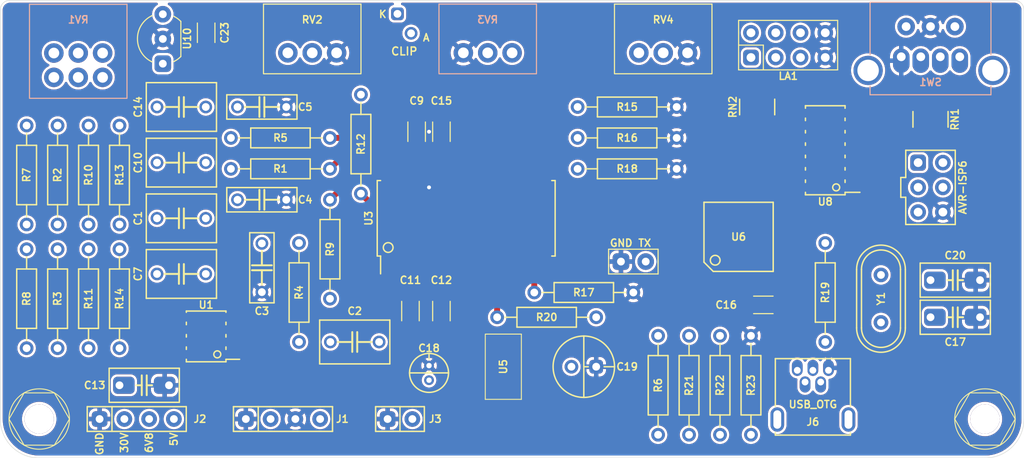
<source format=kicad_pcb>
(kicad_pcb (version 20211014) (generator pcbnew)
  (layers (0 "F.Cu" signal) (31 "B.Cu" signal) (34 "B.Paste" user) (35 "F.Paste" user) (36 "B.SilkS" user "B.Silkscreen") (37 "F.SilkS" user "F.Silkscreen") (38 "B.Mask" user) (39 "F.Mask" user) (44 "Edge.Cuts" user))
  (net 0 "")
  (net 1 "/FVL")
  (net 2 "Net-(C1-Pad2)")
  (net 3 "Net-(C2-Pad1)")
  (net 4 "IN")
  (net 5 "GND")
  (net 6 "/FVR")
  (net 7 "Net-(C7-Pad2)")
  (net 8 "/REFP")
  (net 9 "Net-(C10-Pad2)")
  (net 10 "/MID")
  (net 11 "+3V3")
  (net 12 "+24V")
  (net 13 "Net-(C14-Pad2)")
  (net 14 "Net-(C17-Pad1)")
  (net 15 "+5V")
  (net 16 "Net-(C20-Pad1)")
  (net 17 "Net-(D1-Pad1)")
  (net 18 "/OUTL")
  (net 19 "/OUTR")
  (net 23 "Net-(R1-Pad2)")
  (net 24 "Net-(R2-Pad2)")
  (net 25 "Net-(R3-Pad2)")
  (net 26 "Net-(R5-Pad2)")
  (net 27 "Net-(R7-Pad2)")
  (net 28 "Net-(R10-Pad2)")
  (net 29 "Net-(R11-Pad2)")
  (net 30 "Net-(R12-Pad2)")
  (net 31 "Net-(R13-Pad2)")
  (net 32 "/S2")
  (net 33 "/S1")
  (net 34 "/T0")
  (net 35 "/S0")
  (net 36 "/AVR_RST")
  (net 37 "Net-(RN1-Pad1)")
  (net 38 "Net-(RN1-Pad2)")
  (net 39 "Net-(RN1-Pad3)")
  (net 40 "GR_ROTENC")
  (net 41 "BL_ROTENC")
  (net 42 "VGND")
  (net 43 "Net-(RV2-Pad2)")
  (net 44 "Net-(RV3-Pad2)")
  (net 45 "Net-(RV4-Pad2)")
  (net 46 "/ROT_A")
  (net 47 "/ROT_B")
  (net 48 "/ROT_SW")
  (net 50 "/FV_CLK")
  (net 51 "/SCL")
  (net 52 "/SDA")
  (net 53 "/SCK")
  (net 54 "/MISO")
  (net 55 "/MOSI")
  (net 57 "Net-(J6-Pad2)")
  (net 58 "/LED_RST")
  (net 59 "/DBG_TX")
  (net 60 "Net-(C3-Pad2)")
  (net 61 "Net-(R20-Pad1)")
  (net 62 "Net-(J6-Pad3)")
  (net 66 "Net-(LA1-Pad2)")
  (net 67 "Net-(LA1-Pad3)")
  (net 68 "Net-(LA1-Pad4)")
  (net 69 "Net-(RN1-Pad4)")
  (net 70 "Net-(RN2-Pad5)")
  (net 71 "Net-(RN2-Pad6)")
  (net 72 "Net-(RN2-Pad7)")
  (net 73 "Net-(LA1-Pad1)")
  (net 74 "Net-(LA1-Pad5)")
  (net 75 "Net-(LA1-Pad6)")
  (net 76 "Net-(RN2-Pad8)")
  (net 79 "/D+")
  (net 80 "/D-")
  (footprint "myAmp:MountingHole" (layer "F.Cu") (at 151 93)
    (fp_text reference "J4" hide)
    (fp_text value "HOLE" hide)
    (pad "1" thru_hole circle locked (at 0 0) (size 3 3) (drill 3) (layers *.Cu *.Mask))
  )
  (footprint "myAmp:MountingHole" (layer "F.Cu") (at 54 93)
    (fp_text reference "J5" hide)
    (fp_text value "HOLE" hide)
    (pad "1" thru_hole circle locked (at 0 0) (size 3 3) (drill 3) (layers *.Cu *.Mask))
  )
  (footprint "myAmp:R_10MM" (layer "F.Cu") (at 120.65 89.535 90)
    (fp_text reference "R21" (at 0 0 90) (layer "F.SilkS") (effects (font (size 0.75 0.75))))
    (fp_text value "68" hide)
    (pad "1" thru_hole circle (at -5.08 0 90) (size 1.4 1.4) (drill 0.8) (layers *.Cu *.Mask) (net 62 "Net-(J6-Pad3)"))
    (pad "2" thru_hole circle (at 5.08 0 90) (size 1.4 1.4) (drill 0.8) (layers *.Cu *.Mask) (net 79 "/D+"))
  )
  (footprint "myAmp:USB_OTG_THT" (layer "F.Cu") (at 133.35 88 90)
    (fp_text reference "J6" (at -5.3 0) (layer "F.SilkS") (effects (font (size 0.75 0.75))))
    (fp_text value "USB_OTG" (at -3.5 0) (layer "F.SilkS") (effects (font (size 0.75 0.75))))
    (pad "1" thru_hole oval locked (at 0 -1.6 180) (size 1.1 1.65) (drill 0.7 (offset 0 0.25)) (layers *.Cu *.Mask))
    (pad "2" thru_hole oval locked (at -1.2 -0.8) (size 1.1 1.65) (drill 0.7 (offset 0 0.25)) (layers *.Cu *.Mask) (net 57 "Net-(J6-Pad2)"))
    (pad "3" thru_hole oval locked (at 0 0 180) (size 1.1 1.65) (drill 0.7 (offset 0 0.25)) (layers *.Cu *.Mask) (net 62 "Net-(J6-Pad3)"))
    (pad "4" thru_hole oval locked (at -1.2 0.8) (size 1.1 1.65) (drill 0.7 (offset 0 0.25)) (layers *.Cu *.Mask))
    (pad "5" thru_hole oval locked (at 0 1.6 180) (size 1.1 1.65) (drill 0.7 (offset 0 0.25)) (layers *.Cu *.Mask) (net 5 "GND"))
    (pad "6" thru_hole oval locked (at -5.05 3.65 90) (size 2.5 1.4) (drill oval 1.9 0.8) (layers *.Cu *.Mask))
    (pad "7" thru_hole oval locked (at -5.05 -3.65 90) (size 2.5 1.4) (drill oval 1.9 0.8) (layers *.Cu *.Mask))
  )
  (footprint "myAmp:R_Array_x4_1206" (layer "F.Cu") (at 145.415 62.23)
    (fp_text reference "RN1" (at 2.5 0 90) (layer "F.SilkS") (effects (font (size 0.75 0.75))))
    (fp_text value "100" hide)
    (pad "1" smd roundrect (at -1.325 1) (size 0.65 0.9) (layers "F.Cu" "F.Paste" "F.Mask") (net 37 "Net-(RN1-Pad1)"))
    (pad "2" smd roundrect (at -0.4 1) (size 0.5 0.9) (layers "F.Cu" "F.Paste" "F.Mask") (net 38 "Net-(RN1-Pad2)"))
    (pad "3" smd roundrect (at 0.4 1) (size 0.5 0.9) (layers "F.Cu" "F.Paste" "F.Mask") (net 39 "Net-(RN1-Pad3)"))
    (pad "4" smd roundrect (at 1.325 1) (size 0.65 0.9) (layers "F.Cu" "F.Paste" "F.Mask") (net 69 "Net-(RN1-Pad4)"))
    (pad "5" smd roundrect (at 1.325 -1) (size 0.65 0.9) (layers "F.Cu" "F.Paste" "F.Mask") (net 40 "GR_ROTENC"))
    (pad "6" smd roundrect (at 0.4 -1) (size 0.5 0.9) (layers "F.Cu" "F.Paste" "F.Mask") (net 41 "BL_ROTENC"))
    (pad "7" smd roundrect (at -0.4 -1) (size 0.5 0.9) (layers "F.Cu" "F.Paste" "F.Mask") (net 75 "Net-(LA1-Pad6)"))
    (pad "8" smd roundrect (at -1.325 -1) (size 0.65 0.9) (layers "F.Cu" "F.Paste" "F.Mask") (net 74 "Net-(LA1-Pad5)"))
  )
  (footprint "myAmp:C_5MM_1206" (layer "F.Cu") (at 64.77 89.535 180)
    (fp_text reference "C13" (at 5.08 0) (layer "F.SilkS") (effects (font (size 0.75 0.75))))
    (fp_text value "100nF" hide)
    (pad "1" thru_hole roundrect locked (at -2.54 0 180) (size 2.2 1.75) (drill 0.8 (offset 0.45 0)) (layers *.Cu *.Mask) (net 5 "GND"))
    (pad "2" thru_hole roundrect locked (at 2.54 0 180) (size 2.2 1.75) (drill 0.8 (offset -0.45 0)) (layers *.Cu *.Mask) (net 12 "+24V"))
  )
  (footprint "myAmp:C_FILM_L7.2mm_W2.5mm_P5.00mm" (layer "F.Cu") (at 76.835 70.485)
    (fp_text reference "C4" (at 4.445 0) (layer "F.SilkS") (effects (font (size 0.75 0.75))))
    (fp_text value "10nF" hide)
    (pad "1" thru_hole circle (at -2.5 0) (size 1.3 1.3) (drill 0.8) (layers *.Cu *.Mask) (net 1 "/FVL"))
    (pad "2" thru_hole circle (at 2.5 0) (size 1.3 1.3) (drill 0.8) (layers *.Cu *.Mask) (net 5 "GND"))
  )
  (footprint "myAmp:R_10MM" (layer "F.Cu") (at 114.3 60.96)
    (fp_text reference "R15" (at 0 0) (layer "F.SilkS") (effects (font (size 0.75 0.75))))
    (fp_text value "10K" hide)
    (pad "1" thru_hole circle (at -5.08 0) (size 1.4 1.4) (drill 0.8) (layers *.Cu *.Mask) (net 32 "/S2"))
    (pad "2" thru_hole circle (at 5.08 0) (size 1.4 1.4) (drill 0.8) (layers *.Cu *.Mask) (net 5 "GND"))
  )
  (footprint "myAmp:R_10MM" (layer "F.Cu") (at 52.705 80.645 -90)
    (fp_text reference "R8" (at 0 0 -270) (layer "F.SilkS") (effects (font (size 0.75 0.75))))
    (fp_text value "10K" hide)
    (pad "1" thru_hole circle (at -5.08 0 270) (size 1.4 1.4) (drill 0.8) (layers *.Cu *.Mask) (net 27 "Net-(R7-Pad2)"))
    (pad "2" thru_hole circle (at 5.08 0 270) (size 1.4 1.4) (drill 0.8) (layers *.Cu *.Mask) (net 25 "Net-(R3-Pad2)"))
  )
  (footprint "myAmp:C_FILM_L7.2mm_W5.0mm_P5.00mm" (layer "F.Cu") (at 68.58 66.675 180)
    (fp_text reference "C10" (at 4.445 0 270) (layer "F.SilkS") (effects (font (size 0.75 0.75))))
    (fp_text value "1µF" hide)
    (pad "1" thru_hole circle (at -2.5 0 180) (size 1.3 1.3) (drill 0.8) (layers *.Cu *.Mask) (net 6 "/FVR"))
    (pad "2" thru_hole circle (at 2.5 0 180) (size 1.3 1.3) (drill 0.8) (layers *.Cu *.Mask) (net 9 "Net-(C10-Pad2)"))
  )
  (footprint "myAmp:AVR_ISP6" (layer "F.Cu") (at 145.415 69.215)
    (fp_text reference "U4")
    (fp_text value "AVR-ISP6" (at 3.302 0 90) (layer "F.SilkS") (effects (font (size 0.75 0.75))))
    (pad "1" thru_hole roundrect (at -1.27 -2.54) (size 1.6 1.65) (drill 0.9) (layers *.Cu *.Mask) (net 54 "/MISO"))
    (pad "2" thru_hole circle (at 1.27 -2.54) (size 1.6 1.6) (drill 0.9) (layers *.Cu *.Mask) (net 11 "+3V3"))
    (pad "3" thru_hole circle (at -1.27 0) (size 1.6 1.6) (drill 0.9) (layers *.Cu *.Mask) (net 53 "/SCK"))
    (pad "4" thru_hole circle (at 1.27 0) (size 1.6 1.6) (drill 0.9) (layers *.Cu *.Mask) (net 55 "/MOSI"))
    (pad "5" thru_hole circle (at -1.27 2.54) (size 1.6 1.6) (drill 0.9) (layers *.Cu *.Mask) (net 36 "/AVR_RST"))
    (pad "6" thru_hole circle (at 1.27 2.54) (size 1.6 1.6) (drill 0.9) (layers *.Cu *.Mask) (net 5 "GND"))
  )
  (footprint "myAmp:R_10MM" (layer "F.Cu") (at 80.645 80.01 90)
    (fp_text reference "R4" (at 0 0 90) (layer "F.SilkS") (effects (font (size 0.75 0.75))))
    (fp_text value "1K" hide)
    (pad "1" thru_hole circle (at -5.08 0 90) (size 1.4 1.4) (drill 0.8) (layers *.Cu *.Mask) (net 3 "Net-(C2-Pad1)"))
    (pad "2" thru_hole circle (at 5.08 0 90) (size 1.4 1.4) (drill 0.8) (layers *.Cu *.Mask) (net 60 "Net-(C3-Pad2)"))
  )
  (footprint "myAmp:R_10MM" (layer "F.Cu") (at 52.705 67.945 -90)
    (fp_text reference "R7" (at 0 0 -270) (layer "F.SilkS") (effects (font (size 0.75 0.75))))
    (fp_text value "10K" hide)
    (pad "1" thru_hole circle (at -5.08 0 270) (size 1.4 1.4) (drill 0.8) (layers *.Cu *.Mask) (net 7 "Net-(C7-Pad2)"))
    (pad "2" thru_hole circle (at 5.08 0 270) (size 1.4 1.4) (drill 0.8) (layers *.Cu *.Mask) (net 27 "Net-(R7-Pad2)"))
  )
  (footprint "myAmp:PIN_1x04" (layer "F.Cu") (at 79 93)
    (fp_text reference "J1" (at 6.09 0) (layer "F.SilkS") (effects (font (size 0.75 0.75))))
    (fp_text value "CONN_01X04")
    (pad "1" thru_hole roundrect locked (at -3.81 0) (size 1.6 1.6) (drill 0.8) (layers *.Cu *.Mask) (net 5 "GND"))
    (pad "2" thru_hole circle locked (at -1.27 0) (size 1.6 1.6) (drill 0.8) (layers *.Cu *.Mask) (net 18 "/OUTL"))
    (pad "3" thru_hole circle locked (at 1.27 0) (size 1.6 1.6) (drill 0.8) (layers *.Cu *.Mask) (net 5 "GND"))
    (pad "4" thru_hole circle locked (at 3.81 0) (size 1.6 1.6) (drill 0.8) (layers *.Cu *.Mask) (net 19 "/OUTR"))
  )
  (footprint "myAmp:CPOL_D6.3_P2.5" (layer "F.Cu") (at 109.855 87.63)
    (fp_text reference "C19" (at 4.445 0 180) (layer "F.SilkS") (effects (font (size 0.75 0.75))))
    (fp_text value "100µF")
    (pad "1" thru_hole circle (at -1.27 0) (size 1.4 1.4) (drill 0.8) (layers *.Cu *.Mask) (net 11 "+3V3"))
    (pad "2" thru_hole roundrect (at 1.27 0) (size 1.4 1.4) (drill 0.8) (layers *.Cu *.Mask) (net 5 "GND"))
  )
  (footprint "myAmp:C_FILM_L7.2mm_W4.5mm_P5.00mm" (layer "F.Cu") (at 86.36 85.09)
    (fp_text reference "C2" (at 0 -3.175) (layer "F.SilkS") (effects (font (size 0.75 0.75))))
    (fp_text value "1µF" hide)
    (pad "1" thru_hole circle (at -2.5 0) (size 1.3 1.3) (drill 0.8) (layers *.Cu *.Mask) (net 3 "Net-(C2-Pad1)"))
    (pad "2" thru_hole circle (at 2.5 0) (size 1.3 1.3) (drill 0.8) (layers *.Cu *.Mask) (net 4 "IN"))
  )
  (footprint "myAmp:SOT-223" (layer "F.Cu") (at 101.6 87.63)
    (fp_text reference "U5" (at 0 0 90) (layer "F.SilkS") (effects (font (size 0.75 0.75))))
    (fp_text value "LM1117 3V3" hide)
    (pad "1" smd roundrect locked (at -3.15 -2.3) (size 2 1.5) (layers "F.Cu" "F.Paste" "F.Mask") (net 5 "GND"))
    (pad "2" smd roundrect locked (at -3.15 0) (size 2 1.5) (layers "F.Cu" "F.Paste" "F.Mask") (net 11 "+3V3"))
    (pad "2" smd roundrect locked (at 3.15 0) (size 2 3.8) (layers "F.Cu" "F.Paste" "F.Mask") (net 11 "+3V3"))
    (pad "3" smd roundrect locked (at -3.15 2.3) (size 2 1.5) (layers "F.Cu" "F.Paste" "F.Mask") (net 15 "+5V"))
  )
  (footprint "myAmp:C_FILM_L7.2mm_W5.0mm_P5.00mm" (layer "F.Cu") (at 68.58 60.96 180)
    (fp_text reference "C14" (at 4.445 0 90) (layer "F.SilkS") (effects (font (size 0.75 0.75))))
    (fp_text value "1µF" hide)
    (pad "1" thru_hole circle (at -2.5 0 180) (size 1.3 1.3) (drill 0.8) (layers *.Cu *.Mask) (net 4 "IN"))
    (pad "2" thru_hole circle (at 2.5 0 180) (size 1.3 1.3) (drill 0.8) (layers *.Cu *.Mask) (net 13 "Net-(C14-Pad2)"))
  )
  (footprint "myAmp:C_1206" (layer "F.Cu") (at 95.25 81.915 -90)
    (fp_text reference "C12" (at -3.175 0 180) (layer "F.SilkS") (effects (font (size 0.75 0.75))))
    (fp_text value "100nF" hide)
    (pad "1" smd roundrect locked (at -1.7 0 270) (size 1.425 1.75) (layers "F.Cu" "F.Paste" "F.Mask") (roundrect_rratio 0.175) (net 11 "+3V3"))
    (pad "2" smd roundrect locked (at 1.7 0 270) (size 1.425 1.75) (layers "F.Cu" "F.Paste" "F.Mask") (roundrect_rratio 0.175) (net 5 "GND"))
  )
  (footprint "myAmp:R_10MM" (layer "F.Cu") (at 117.475 89.535 90)
    (fp_text reference "R6" (at 0 0 90) (layer "F.SilkS") (effects (font (size 0.75 0.75))))
    (fp_text value "1K5" hide)
    (pad "1" thru_hole circle (at -5.08 0 90) (size 1.4 1.4) (drill 0.8) (layers *.Cu *.Mask) (net 62 "Net-(J6-Pad3)"))
    (pad "2" thru_hole circle (at 5.08 0 90) (size 1.4 1.4) (drill 0.8) (layers *.Cu *.Mask) (net 11 "+3V3"))
  )
  (footprint "myAmp:TO-92_Inline_Wide" (layer "F.Cu") (at 66.675 53.975 90)
    (fp_text reference "U10" (at 0.04 2.5 90) (layer "F.SilkS") (effects (font (size 0.75 0.75))))
    (fp_text value "TLE2426" hide)
    (pad "1" thru_hole roundrect (at -2.54 0 180) (size 1.7 1.7) (drill 0.8) (layers *.Cu *.Mask) (net 42 "VGND"))
    (pad "2" thru_hole circle (at 0 0 180) (size 1.7 1.7) (drill 0.8) (layers *.Cu *.Mask) (net 5 "GND"))
    (pad "3" thru_hole circle (at 2.54 0 180) (size 1.7 1.7) (drill 0.8) (layers *.Cu *.Mask) (net 12 "+24V"))
  )
  (footprint "myAmp:R_10MM" (layer "F.Cu") (at 78.74 64.135)
    (fp_text reference "R5" (at 0 0) (layer "F.SilkS") (effects (font (size 0.75 0.75))))
    (fp_text value "1K" hide)
    (pad "1" thru_hole circle (at -5.08 0) (size 1.4 1.4) (drill 0.8) (layers *.Cu *.Mask) (net 6 "/FVR"))
    (pad "2" thru_hole circle (at 5.08 0) (size 1.4 1.4) (drill 0.8) (layers *.Cu *.Mask) (net 26 "Net-(R5-Pad2)"))
  )
  (footprint "myAmp:R_10MM" (layer "F.Cu") (at 62.23 80.645 -90)
    (fp_text reference "R14" (at 0 0 -270) (layer "F.SilkS") (effects (font (size 0.75 0.75))))
    (fp_text value "10K" hide)
    (pad "1" thru_hole circle (at -5.08 0 270) (size 1.4 1.4) (drill 0.8) (layers *.Cu *.Mask) (net 31 "Net-(R13-Pad2)"))
    (pad "2" thru_hole circle (at 5.08 0 270) (size 1.4 1.4) (drill 0.8) (layers *.Cu *.Mask) (net 29 "Net-(R11-Pad2)"))
  )
  (footprint "myAmp:R_10MM" (layer "F.Cu") (at 123.825 89.535 90)
    (fp_text reference "R22" (at 0 0 90) (layer "F.SilkS") (effects (font (size 0.75 0.75))))
    (fp_text value "68" hide)
    (pad "1" thru_hole circle (at -5.08 0 90) (size 1.4 1.4) (drill 0.8) (layers *.Cu *.Mask) (net 57 "Net-(J6-Pad2)"))
    (pad "2" thru_hole circle (at 5.08 0 90) (size 1.4 1.4) (drill 0.8) (layers *.Cu *.Mask) (net 80 "/D-"))
  )
  (footprint "myAmp:R_10MM" (layer "F.Cu") (at 78.74 67.31)
    (fp_text reference "R1" (at 0 0) (layer "F.SilkS") (effects (font (size 0.75 0.75))))
    (fp_text value "1K" hide)
    (pad "1" thru_hole circle (at -5.08 0) (size 1.4 1.4) (drill 0.8) (layers *.Cu *.Mask) (net 1 "/FVL"))
    (pad "2" thru_hole circle (at 5.08 0) (size 1.4 1.4) (drill 0.8) (layers *.Cu *.Mask) (net 23 "Net-(R1-Pad2)"))
  )
  (footprint "myAmp:BOURNS_PTD901_xx15K" (layer "F.Cu") (at 82 55.4 180)
    (fp_text reference "RV2" (at 0 3.4) (layer "F.SilkS") (effects (font (size 0.75 0.75))))
    (fp_text value "50K")
    (pad "1" thru_hole circle (at -2.5 0 180) (size 2 2) (drill 1.1) (layers *.Cu *.Mask) (net 5 "GND"))
    (pad "2" thru_hole circle (at 0 0 180) (size 2 2) (drill 1.1) (layers *.Cu *.Mask) (net 43 "Net-(RV2-Pad2)"))
    (pad "3" thru_hole circle (at 2.5 0 180) (size 2 2) (drill 1.1) (layers *.Cu *.Mask) (net 11 "+3V3"))
  )
  (footprint "myAmp:C_FILM_L7.2mm_W2.5mm_P5.00mm" (layer "F.Cu") (at 76.835 77.47 90)
    (fp_text reference "C3" (at -4.445 0 180) (layer "F.SilkS") (effects (font (size 0.75 0.75))))
    (fp_text value "1nF" hide)
    (pad "1" thru_hole circle (at -2.5 0 90) (size 1.3 1.3) (drill 0.8) (layers *.Cu *.Mask) (net 5 "GND"))
    (pad "2" thru_hole circle (at 2.5 0 90) (size 1.3 1.3) (drill 0.8) (layers *.Cu *.Mask) (net 60 "Net-(C3-Pad2)"))
  )
  (footprint "myAmp:C_1206" (layer "F.Cu") (at 71.12 53.34 90)
    (fp_text reference "C23" (at 0 1.905 90) (layer "F.SilkS") (effects (font (size 0.75 0.75))))
    (fp_text value "100nF" hide)
    (pad "1" smd roundrect locked (at -1.7 0 90) (size 1.425 1.75) (layers "F.Cu" "F.Paste" "F.Mask") (roundrect_rratio 0.175) (net 5 "GND"))
    (pad "2" smd roundrect locked (at 1.7 0 90) (size 1.425 1.75) (layers "F.Cu" "F.Paste" "F.Mask") (roundrect_rratio 0.175) (net 12 "+24V"))
  )
  (footprint "myAmp:DBG_UART" (layer "F.Cu") (at 114.935 76.835 90)
    (fp_text reference "U7" hide)
    (fp_text value "DBG_UART" hide)
    (fp_text user "TX" (at 1.905 1.905) (layer "F.SilkS") (effects (font (size 0.75 0.75)) (justify right)))
    (fp_text user "GND" (at 1.905 0) (layer "F.SilkS") (effects (font (size 0.75 0.75)) (justify right)))
    (pad "1" thru_hole roundrect (at 0 -1.27 90) (size 1.7 1.7) (drill 0.8) (layers *.Cu *.Mask) (net 5 "GND"))
    (pad "2" thru_hole circle (at 0 1.27 90) (size 1.7 1.7) (drill 0.8) (layers *.Cu *.Mask) (net 59 "/DBG_TX"))
  )
  (footprint "myAmp:R_10MM" (layer "F.Cu") (at 109.855 80.01)
    (fp_text reference "R17" (at 0 0) (layer "F.SilkS") (effects (font (size 0.75 0.75))))
    (fp_text value "10K" hide)
    (pad "1" thru_hole circle (at -5.08 0) (size 1.4 1.4) (drill 0.8) (layers *.Cu *.Mask) (net 34 "/T0"))
    (pad "2" thru_hole circle (at 5.08 0) (size 1.4 1.4) (drill 0.8) (layers *.Cu *.Mask) (net 5 "GND"))
  )
  (footprint "myAmp:R_10MM" (layer "F.Cu") (at 134.62 80.01 -90)
    (fp_text reference "R19" (at 0 0 90) (layer "F.SilkS") (effects (font (size 0.75 0.75))))
    (fp_text value "10K" hide)
    (pad "1" thru_hole circle (at -5.08 0 270) (size 1.4 1.4) (drill 0.8) (layers *.Cu *.Mask) (net 36 "/AVR_RST"))
    (pad "2" thru_hole circle (at 5.08 0 270) (size 1.4 1.4) (drill 0.8) (layers *.Cu *.Mask) (net 11 "+3V3"))
  )
  (footprint "myAmp:Crystal_HC49-U_Vertical" (layer "F.Cu") (at 140.335 80.645 90)
    (fp_text reference "Y1" (at 0 0 90) (layer "F.SilkS") (effects (font (size 0.75 0.75))))
    (fp_text value "16MHz" hide)
    (pad "1" thru_hole circle locked (at -2.44 0 90) (size 1.50114 1.50114) (drill 0.8) (layers *.Cu *.Mask) (net 14 "Net-(C17-Pad1)"))
    (pad "2" thru_hole circle locked (at 2.44 0 90) (size 1.50114 1.50114) (drill 0.8) (layers *.Cu *.Mask) (net 16 "Net-(C20-Pad1)"))
  )
  (footprint "myAmp:C_5MM_1206" (layer "F.Cu") (at 147.955 78.74)
    (fp_text reference "C20" (at 0 -2.54) (layer "F.SilkS") (effects (font (size 0.75 0.75))))
    (fp_text value "22p" hide)
    (pad "1" thru_hole roundrect locked (at -2.54 0) (size 2.2 1.75) (drill 0.8 (offset 0.45 0)) (layers *.Cu *.Mask) (net 16 "Net-(C20-Pad1)"))
    (pad "2" thru_hole roundrect locked (at 2.54 0) (size 2.2 1.75) (drill 0.8 (offset -0.45 0)) (layers *.Cu *.Mask) (net 5 "GND"))
  )
  (footprint "myAmp:C_1206" (layer "F.Cu") (at 92.075 81.915 90)
    (fp_text reference "C11" (at 3.175 0) (layer "F.SilkS") (effects (font (size 0.75 0.75))))
    (fp_text value "1µF" hide)
    (pad "1" smd roundrect locked (at -1.7 0 90) (size 1.425 1.75) (layers "F.Cu" "F.Paste" "F.Mask") (roundrect_rratio 0.175) (net 5 "GND"))
    (pad "2" smd roundrect locked (at 1.7 0 90) (size 1.425 1.75) (layers "F.Cu" "F.Paste" "F.Mask") (roundrect_rratio 0.175) (net 10 "/MID"))
  )
  (footprint "myAmp:SOIC-14_3.9x8.7mm_P1.27mm" (layer "F.Cu") (at 134.62 65.405 180)
    (fp_text reference "U8" (at 0 -5.28) (layer "F.SilkS") (effects (font (size 0.75 0.75))))
    (fp_text value "74164")
    (pad "1" smd rect locked (at -2.8 -3.81 180) (size 1.8 0.6) (layers "F.Cu" "F.Paste" "F.Mask") (net 55 "/MOSI"))
    (pad "2" smd roundrect locked (at -2.8 -2.54 180) (size 1.8 0.6) (layers "F.Cu" "F.Paste" "F.Mask") (net 55 "/MOSI"))
    (pad "3" smd roundrect locked (at -2.8 -1.27 180) (size 1.8 0.6) (layers "F.Cu" "F.Paste" "F.Mask") (net 69 "Net-(RN1-Pad4)"))
    (pad "4" smd roundrect locked (at -2.8 0 180) (size 1.8 0.6) (layers "F.Cu" "F.Paste" "F.Mask") (net 39 "Net-(RN1-Pad3)"))
    (pad "5" smd roundrect locked (at -2.8 1.27 180) (size 1.8 0.6) (layers "F.Cu" "F.Paste" "F.Mask") (net 38 "Net-(RN1-Pad2)"))
    (pad "6" smd roundrect locked (at -2.8 2.54 180) (size 1.8 0.6) (layers "F.Cu" "F.Paste" "F.Mask") (net 37 "Net-(RN1-Pad1)"))
    (pad "7" smd roundrect locked (at -2.8 3.81 180) (size 1.8 0.6) (layers "F.Cu" "F.Paste" "F.Mask") (net 5 "GND"))
    (pad "8" smd roundrect locked (at 2.8 3.81 180) (size 1.8 0.6) (layers "F.Cu" "F.Paste" "F.Mask") (net 53 "/SCK"))
    (pad "9" smd roundrect locked (at 2.8 2.54 180) (size 1.8 0.6) (layers "F.Cu" "F.Paste" "F.Mask") (net 58 "/LED_RST"))
    (pad "10" smd roundrect locked (at 2.8 1.27 180) (size 1.8 0.6) (layers "F.Cu" "F.Paste" "F.Mask") (net 76 "Net-(RN2-Pad8)"))
    (pad "11" smd roundrect locked (at 2.8 0 180) (size 1.8 0.6) (layers "F.Cu" "F.Paste" "F.Mask") (net 72 "Net-(RN2-Pad7)"))
    (pad "12" smd roundrect locked (at 2.8 -1.27 180) (size 1.8 0.6) (layers "F.Cu" "F.Paste" "F.Mask") (net 71 "Net-(RN2-Pad6)"))
    (pad "13" smd roundrect locked (at 2.8 -2.54 180) (size 1.8 0.6) (layers "F.Cu" "F.Paste" "F.Mask") (net 70 "Net-(RN2-Pad5)"))
    (pad "14" smd roundrect locked (at 2.8 -3.81 180) (size 1.8 0.6) (layers "F.Cu" "F.Paste" "F.Mask") (net 11 "+3V3"))
  )
  (footprint "myAmp:SOIC-8_3.9x4.9mm_P1.27mm" (layer "F.Cu") (at 71.12 84.455 180)
    (fp_text reference "U1" (at 0 3.175) (layer "F.SilkS") (effects (font (size 0.75 0.75))))
    (fp_text value "NE5532")
    (pad "1" smd rect locked (at -2.8 -1.905 180) (size 1.8 0.6) (layers "F.Cu" "F.Paste" "F.Mask") (net 18 "/OUTL"))
    (pad "2" smd roundrect locked (at -2.8 -0.635 180) (size 1.8 0.6) (layers "F.Cu" "F.Paste" "F.Mask") (net 18 "/OUTL"))
    (pad "3" smd roundrect locked (at -2.8 0.635 180) (size 1.8 0.6) (layers "F.Cu" "F.Paste" "F.Mask") (net 25 "Net-(R3-Pad2)"))
    (pad "4" smd roundrect locked (at -2.8 1.905 180) (size 1.8 0.6) (layers "F.Cu" "F.Paste" "F.Mask") (net 5 "GND"))
    (pad "5" smd roundrect locked (at 2.8 1.905 180) (size 1.8 0.6) (layers "F.Cu" "F.Paste" "F.Mask") (net 29 "Net-(R11-Pad2)"))
    (pad "6" smd roundrect locked (at 2.8 0.635 180) (size 1.8 0.6) (layers "F.Cu" "F.Paste" "F.Mask") (net 19 "/OUTR"))
    (pad "7" smd roundrect locked (at 2.8 -0.635 180) (size 1.8 0.6) (layers "F.Cu" "F.Paste" "F.Mask") (net 19 "/OUTR"))
    (pad "8" smd roundrect locked (at 2.8 -1.905 180) (size 1.8 0.6) (layers "F.Cu" "F.Paste" "F.Mask") (net 12 "+24V"))
  )
  (footprint "myAmp:R_Array_x4_1206" (layer "F.Cu") (at 127.635 60.96 180)
    (fp_text reference "RN2" (at 2.5 0 90) (layer "F.SilkS") (effects (font (size 0.75 0.75))))
    (fp_text value "100" hide)
    (pad "1" smd roundrect (at -1.325 1 180) (size 0.65 0.9) (layers "F.Cu" "F.Paste" "F.Mask") (net 68 "Net-(LA1-Pad4)"))
    (pad "2" smd roundrect (at -0.4 1 180) (size 0.5 0.9) (layers "F.Cu" "F.Paste" "F.Mask") (net 67 "Net-(LA1-Pad3)"))
    (pad "3" smd roundrect (at 0.4 1 180) (size 0.5 0.9) (layers "F.Cu" "F.Paste" "F.Mask") (net 66 "Net-(LA1-Pad2)"))
    (pad "4" smd roundrect (at 1.325 1 180) (size 0.65 0.9) (layers "F.Cu" "F.Paste" "F.Mask") (net 73 "Net-(LA1-Pad1)"))
    (pad "5" smd roundrect (at 1.325 -1 180) (size 0.65 0.9) (layers "F.Cu" "F.Paste" "F.Mask") (net 70 "Net-(RN2-Pad5)"))
    (pad "6" smd roundrect (at 0.4 -1 180) (size 0.5 0.9) (layers "F.Cu" "F.Paste" "F.Mask") (net 71 "Net-(RN2-Pad6)"))
    (pad "7" smd roundrect (at -0.4 -1 180) (size 0.5 0.9) (layers "F.Cu" "F.Paste" "F.Mask") (net 72 "Net-(RN2-Pad7)"))
    (pad "8" smd roundrect (at -1.325 -1 180) (size 0.65 0.9) (layers "F.Cu" "F.Paste" "F.Mask") (net 76 "Net-(RN2-Pad8)"))
  )
  (footprint "myAmp:C_FILM_L7.2mm_W5.0mm_P5.00mm" (layer "F.Cu") (at 68.58 72.39 180)
    (fp_text reference "C1" (at 4.445 0 270) (layer "F.SilkS") (effects (font (size 0.75 0.75))))
    (fp_text value "1µF" hide)
    (pad "1" thru_hole circle (at -2.5 0 180) (size 1.3 1.3) (drill 0.8) (layers *.Cu *.Mask) (net 1 "/FVL"))
    (pad "2" thru_hole circle (at 2.5 0 180) (size 1.3 1.3) (drill 0.8) (layers *.Cu *.Mask) (net 2 "Net-(C1-Pad2)"))
  )
  (footprint "myAmp:R_10MM" (layer "F.Cu") (at 62.23 67.945 -90)
    (fp_text reference "R13" (at 0 0 -270) (layer "F.SilkS") (effects (font (size 0.75 0.75))))
    (fp_text value "10K" hide)
    (pad "1" thru_hole circle (at -5.08 0 270) (size 1.4 1.4) (drill 0.8) (layers *.Cu *.Mask) (net 13 "Net-(C14-Pad2)"))
    (pad "2" thru_hole circle (at 5.08 0 270) (size 1.4 1.4) (drill 0.8) (layers *.Cu *.Mask) (net 31 "Net-(R13-Pad2)"))
  )
  (footprint "myAmp:R_10MM" (layer "F.Cu") (at 59.055 67.945 -90)
    (fp_text reference "R10" (at 0 0 -270) (layer "F.SilkS") (effects (font (size 0.75 0.75))))
    (fp_text value "10K" hide)
    (pad "1" thru_hole circle (at -5.08 0 270) (size 1.4 1.4) (drill 0.8) (layers *.Cu *.Mask) (net 9 "Net-(C10-Pad2)"))
    (pad "2" thru_hole circle (at 5.08 0 270) (size 1.4 1.4) (drill 0.8) (layers *.Cu *.Mask) (net 28 "Net-(R10-Pad2)"))
  )
  (footprint "myAmp:TQFP-32_7x7mm_Pitch0.8mm" (layer "F.Cu") (at 125.73 74.295 90)
    (fp_text reference "U6" (at 0 0 180) (layer "F.SilkS") (effects (font (size 0.75 0.75))))
    (fp_text value "ATmega328p" hide)
    (pad "1" smd rect (at -4.5 -2.8 90) (size 1 0.43) (layers "F.Cu" "F.Paste" "F.Mask") (net 80 "/D-"))
    (pad "2" smd rect (at -4.5 -2 90) (size 1 0.43) (layers "F.Cu" "F.Paste" "F.Mask"))
    (pad "3" smd rect (at -4.5 -1.2 90) (size 1 0.43) (layers "F.Cu" "F.Paste" "F.Mask") (net 5 "GND"))
    (pad "4" smd rect (at -4.5 -0.4 90) (size 1 0.43) (layers "F.Cu" "F.Paste" "F.Mask") (net 11 "+3V3"))
    (pad "5" smd rect (at -4.5 0.4 90) (size 1 0.43) (layers "F.Cu" "F.Paste" "F.Mask") (net 5 "GND"))
    (pad "6" smd rect (at -4.5 1.2 90) (size 1 0.43) (layers "F.Cu" "F.Paste" "F.Mask") (net 11 "+3V3"))
    (pad "7" smd rect (at -4.5 2 90) (size 1 0.43) (layers "F.Cu" "F.Paste" "F.Mask") (net 14 "Net-(C17-Pad1)"))
    (pad "8" smd rect (at -4.5 2.8 90) (size 1 0.43) (layers "F.Cu" "F.Paste" "F.Mask") (net 16 "Net-(C20-Pad1)"))
    (pad "9" smd rect (at -2.8 4.5 90) (size 0.43 1) (layers "F.Cu" "F.Paste" "F.Mask") (net 47 "/ROT_B"))
    (pad "10" smd rect (at -2 4.5 90) (size 0.43 1) (layers "F.Cu" "F.Paste" "F.Mask") (net 46 "/ROT_A"))
    (pad "11" smd rect (at -1.2 4.5 90) (size 0.43 1) (layers "F.Cu" "F.Paste" "F.Mask") (net 48 "/ROT_SW"))
    (pad "12" smd rect (at -0.4 4.5 90) (size 0.43 1) (layers "F.Cu" "F.Paste" "F.Mask"))
    (pad "13" smd rect (at 0.4 4.5 90) (size 0.43 1) (layers "F.Cu" "F.Paste" "F.Mask"))
    (pad "14" smd rect (at 1.2 4.5 90) (size 0.43 1) (layers "F.Cu" "F.Paste" "F.Mask") (net 50 "/FV_CLK"))
    (pad "15" smd rect (at 2 4.5 90) (size 0.43 1) (layers "F.Cu" "F.Paste" "F.Mask") (net 55 "/MOSI"))
    (pad "16" smd rect (at 2.8 4.5 90) (size 0.43 1) (layers "F.Cu" "F.Paste" "F.Mask") (net 54 "/MISO"))
    (pad "17" smd rect (at 4.5 2.8 90) (size 1 0.43) (layers "F.Cu" "F.Paste" "F.Mask") (net 53 "/SCK"))
    (pad "18" smd rect (at 4.5 2 90) (size 1 0.43) (layers "F.Cu" "F.Paste" "F.Mask") (net 11 "+3V3"))
    (pad "19" smd rect (at 4.5 1.2 90) (size 1 0.43) (layers "F.Cu" "F.Paste" "F.Mask"))
    (pad "20" smd rect (at 4.5 0.4 90) (size 1 0.43) (layers "F.Cu" "F.Paste" "F.Mask") (net 11 "+3V3"))
    (pad "21" smd rect (at 4.5 -0.4 90) (size 1 0.43) (layers "F.Cu" "F.Paste" "F.Mask") (net 5 "GND"))
    (pad "22" smd rect (at 4.5 -1.2 90) (size 1 0.43) (layers "F.Cu" "F.Paste" "F.Mask"))
    (pad "23" smd rect (at 4.5 -2 90) (size 1 0.43) (layers "F.Cu" "F.Paste" "F.Mask") (net 58 "/LED_RST"))
    (pad "24" smd rect (at 4.5 -2.8 90) (size 1 0.43) (layers "F.Cu" "F.Paste" "F.Mask") (net 32 "/S2"))
    (pad "25" smd rect (at 2.8 -4.5 90) (size 0.43 1) (layers "F.Cu" "F.Paste" "F.Mask") (net 33 "/S1"))
    (pad "26" smd rect (at 2 -4.5 90) (size 0.43 1) (layers "F.Cu" "F.Paste" "F.Mask") (net 35 "/S0"))
    (pad "27" smd rect (at 1.2 -4.5 90) (size 0.43 1) (layers "F.Cu" "F.Paste" "F.Mask") (net 52 "/SDA"))
    (pad "28" smd rect (at 0.4 -4.5 90) (size 0.43 1) (layers "F.Cu" "F.Paste" "F.Mask") (net 51 "/SCL"))
    (pad "29" smd rect (at -0.4 -4.5 90) (size 0.43 1) (layers "F.Cu" "F.Paste" "F.Mask") (net 36 "/AVR_RST"))
    (pad "30" smd rect (at -1.2 -4.5 90) (size 0.43 1) (layers "F.Cu" "F.Paste" "F.Mask") (net 34 "/T0"))
    (pad "31" smd rect (at -2 -4.5 90) (size 0.43 1) (layers "F.Cu" "F.Paste" "F.Mask") (net 59 "/DBG_TX"))
    (pad "32" smd rect (at -2.8 -4.5 90) (size 0.43 1) (layers "F.Cu" "F.Paste" "F.Mask") (net 79 "/D+"))
  )
  (footprint "myAmp:SOIC-28_7.5x17.9mm_Pitch1.27mm" (layer "F.Cu") (at 97.79 72.39 90)
    (fp_text reference "U3" (at 0 -10 90) (layer "F.SilkS") (effects (font (size 0.75 0.75))))
    (fp_text value "FV-1")
    (pad "1" smd roundrect locked (at -4.8 -8.255 90) (size 1.8 0.6) (layers "F.Cu" "F.Paste" "F.Mask") (net 60 "Net-(C3-Pad2)"))
    (pad "2" smd roundrect locked (at -4.8 -6.985 90) (size 1.8 0.6) (layers "F.Cu" "F.Paste" "F.Mask") (net 60 "Net-(C3-Pad2)"))
    (pad "3" smd roundrect locked (at -4.8 -5.715 90) (size 1.8 0.6) (layers "F.Cu" "F.Paste" "F.Mask") (net 10 "/MID"))
    (pad "4" smd roundrect locked (at -4.8 -4.445 90) (size 1.8 0.6) (layers "F.Cu" "F.Paste" "F.Mask") (net 5 "GND"))
    (pad "5" smd roundrect locked (at -4.8 -3.175 90) (size 1.8 0.6) (layers "F.Cu" "F.Paste" "F.Mask") (net 30 "Net-(R12-Pad2)"))
    (pad "6" smd roundrect locked (at -4.8 -1.905 90) (size 1.8 0.6) (layers "F.Cu" "F.Paste" "F.Mask") (net 11 "+3V3"))
    (pad "7" smd roundrect locked (at -4.8 -0.635 90) (size 1.8 0.6) (layers "F.Cu" "F.Paste" "F.Mask") (net 5 "GND"))
    (pad "8" smd roundrect locked (at -4.8 0.635 90) (size 1.8 0.6) (layers "F.Cu" "F.Paste" "F.Mask") (net 11 "+3V3"))
    (pad "9" smd roundrect locked (at -4.8 1.905 90) (size 1.8 0.6) (layers "F.Cu" "F.Paste" "F.Mask"))
    (pad "10" smd roundrect locked (at -4.8 3.175 90) (size 1.8 0.6) (layers "F.Cu" "F.Paste" "F.Mask") (net 61 "Net-(R20-Pad1)"))
    (pad "11" smd roundrect locked (at -4.8 4.445 90) (size 1.8 0.6) (layers "F.Cu" "F.Paste" "F.Mask") (net 5 "GND"))
    (pad "12" smd roundrect locked (at -4.8 5.715 90) (size 1.8 0.6) (layers "F.Cu" "F.Paste" "F.Mask") (net 5 "GND"))
    (pad "13" smd roundrect locked (at -4.8 6.985 90) (size 1.8 0.6) (layers "F.Cu" "F.Paste" "F.Mask") (net 34 "/T0"))
    (pad "14" smd roundrect locked (at -4.8 8.255 90) (size 1.8 0.6) (layers "F.Cu" "F.Paste" "F.Mask") (net 51 "/SCL"))
    (pad "15" smd roundrect locked (at 4.8 8.255 90) (size 1.8 0.6) (layers "F.Cu" "F.Paste" "F.Mask") (net 52 "/SDA"))
    (pad "16" smd roundrect locked (at 4.8 6.985 90) (size 1.8 0.6) (layers "F.Cu" "F.Paste" "F.Mask") (net 35 "/S0"))
    (pad "17" smd roundrect locked (at 4.8 5.715 90) (size 1.8 0.6) (layers "F.Cu" "F.Paste" "F.Mask") (net 33 "/S1"))
    (pad "18" smd roundrect locked (at 4.8 4.445 90) (size 1.8 0.6) (layers "F.Cu" "F.Paste" "F.Mask") (net 32 "/S2"))
    (pad "19" smd roundrect locked (at 4.8 3.175 90) (size 1.8 0.6) (layers "F.Cu" "F.Paste" "F.Mask") (net 5 "GND"))
    (pad "20" smd roundrect locked (at 4.8 1.905 90) (size 1.8 0.6) (layers "F.Cu" "F.Paste" "F.Mask") (net 45 "Net-(RV4-Pad2)"))
    (pad "21" smd roundrect locked (at 4.8 0.635 90) (size 1.8 0.6) (layers "F.Cu" "F.Paste" "F.Mask") (net 44 "Net-(RV3-Pad2)"))
    (pad "22" smd roundrect locked (at 4.8 -0.635 90) (size 1.8 0.6) (layers "F.Cu" "F.Paste" "F.Mask") (net 43 "Net-(RV2-Pad2)"))
    (pad "23" smd roundrect locked (at 4.8 -1.905 90) (size 1.8 0.6) (layers "F.Cu" "F.Paste" "F.Mask") (net 11 "+3V3"))
    (pad "24" smd roundrect locked (at 4.8 -3.175 90) (size 1.8 0.6) (layers "F.Cu" "F.Paste" "F.Mask") (net 5 "GND"))
    (pad "25" smd roundrect locked (at 4.8 -4.445 90) (size 1.8 0.6) (layers "F.Cu" "F.Paste" "F.Mask") (net 5 "GND"))
    (pad "26" smd roundrect locked (at 4.8 -5.715 90) (size 1.8 0.6) (layers "F.Cu" "F.Paste" "F.Mask") (net 8 "/REFP"))
    (pad "27" smd roundrect locked (at 4.8 -6.985 90) (size 1.8 0.6) (layers "F.Cu" "F.Paste" "F.Mask") (net 26 "Net-(R5-Pad2)"))
    (pad "28" smd roundrect locked (at 4.8 -8.255 90) (size 1.8 0.6) (layers "F.Cu" "F.Paste" "F.Mask") (net 23 "Net-(R1-Pad2)"))
  )
  (footprint "myAmp:C_1206" (layer "F.Cu") (at 128.27 81.28 180)
    (fp_text reference "C16" (at 3.81 0) (layer "F.SilkS") (effects (font (size 0.75 0.75))))
    (fp_text value "100nF" hide)
    (pad "1" smd roundrect locked (at -1.7 0 180) (size 1.425 1.75) (layers "F.Cu" "F.Paste" "F.Mask") (roundrect_rratio 0.175) (net 5 "GND"))
    (pad "2" smd roundrect locked (at 1.7 0 180) (size 1.425 1.75) (layers "F.Cu" "F.Paste" "F.Mask") (roundrect_rratio 0.175) (net 11 "+3V3"))
  )
  (footprint "myAmp:R_10MM" (layer "F.Cu") (at 106.045 82.55)
    (fp_text reference "R20" (at 0 0) (layer "F.SilkS") (effects (font (size 0.75 0.75))))
    (fp_text value "10K" hide)
    (pad "1" thru_hole circle (at -5.08 0) (size 1.4 1.4) (drill 0.8) (layers *.Cu *.Mask) (net 61 "Net-(R20-Pad1)"))
    (pad "2" thru_hole circle (at 5.08 0) (size 1.4 1.4) (drill 0.8) (layers *.Cu *.Mask) (net 50 "/FV_CLK"))
  )
  (footprint "myAmp:C_1206" (layer "F.Cu") (at 95.25 63.5 -90)
    (fp_text reference "C15" (at -3.175 0) (layer "F.SilkS") (effects (font (size 0.75 0.75))))
    (fp_text value "100nF" hide)
    (pad "1" smd roundrect locked (at -1.7 0 270) (size 1.425 1.75) (layers "F.Cu" "F.Paste" "F.Mask") (roundrect_rratio 0.175) (net 5 "GND"))
    (pad "2" smd roundrect locked (at 1.7 0 270) (size 1.425 1.75) (layers "F.Cu" "F.Paste" "F.Mask") (roundrect_rratio 0.175) (net 11 "+3V3"))
  )
  (footprint "myAmp:R_10MM" (layer "F.Cu") (at 114.3 64.135 180)
    (fp_text reference "R16" (at 0 0 180) (layer "F.SilkS") (effects (font (size 0.75 0.75))))
    (fp_text value "10K" hide)
    (pad "1" thru_hole circle (at -5.08 0 180) (size 1.4 1.4) (drill 0.8) (layers *.Cu *.Mask) (net 5 "GND"))
    (pad "2" thru_hole circle (at 5.08 0 180) (size 1.4 1.4) (drill 0.8) (layers *.Cu *.Mask) (net 33 "/S1"))
  )
  (footprint "myAmp:BOURNS_PTD901_xx15K" (layer "F.Cu") (at 118 55.4 180)
    (fp_text reference "RV4" (at 0 3.4) (layer "F.SilkS") (effects (font (size 0.75 0.75))))
    (fp_text value "50K")
    (pad "1" thru_hole circle (at -2.5 0 180) (size 2 2) (drill 1.1) (layers *.Cu *.Mask) (net 5 "GND"))
    (pad "2" thru_hole circle (at 0 0 180) (size 2 2) (drill 1.1) (layers *.Cu *.Mask) (net 45 "Net-(RV4-Pad2)"))
    (pad "3" thru_hole circle (at 2.5 0 180) (size 2 2) (drill 1.1) (layers *.Cu *.Mask) (net 11 "+3V3"))
  )
  (footprint "myAmp:R_10MM" (layer "F.Cu") (at 55.88 80.645 -90)
    (fp_text reference "R3" (at 0 0 -270) (layer "F.SilkS") (effects (font (size 0.75 0.75))))
    (fp_text value "10K" hide)
    (pad "1" thru_hole circle (at -5.08 0 270) (size 1.4 1.4) (drill 0.8) (layers *.Cu *.Mask) (net 24 "Net-(R2-Pad2)"))
    (pad "2" thru_hole circle (at 5.08 0 270) (size 1.4 1.4) (drill 0.8) (layers *.Cu *.Mask) (net 25 "Net-(R3-Pad2)"))
  )
  (footprint "myAmp:LED_D3.0mm_PCBedge" (layer "F.Cu") (at 91.44 50.394997 180)
    (fp_text reference "D1" hide)
    (fp_text value "CLIP" (at 0 -4.85) (layer "F.SilkS") (effects (font (size 0.8128 0.8128) (thickness 0.1524))))
    (fp_text user "K" (at 2.2098 -1.04) (layer "F.SilkS") (effects (font (size 0.75 0.75))))
    (fp_text user "A" (at -2.2524 -3.4464) (layer "F.SilkS") (effects (font (size 0.75 0.75))))
    (pad "1" thru_hole roundrect (at 0.7 -1 180) (size 1.3 1.3) (drill 0.8) (layers *.Cu *.Mask) (net 17 "Net-(D1-Pad1)"))
    (pad "2" thru_hole circle (at -0.7 -3 180) (size 1.3 1.3) (drill 0.8) (layers *.Cu *.Mask) (net 11 "+3V3"))
  )
  (footprint "myAmp:R_10MM" (layer "F.Cu") (at 59.055 80.645 -90)
    (fp_text reference "R11" (at 0 0 -270) (layer "F.SilkS") (effects (font (size 0.75 0.75))))
    (fp_text value "10K" hide)
    (pad "1" thru_hole circle (at -5.08 0 270) (size 1.4 1.4) (drill 0.8) (layers *.Cu *.Mask) (net 28 "Net-(R10-Pad2)"))
    (pad "2" thru_hole circle (at 5.08 0 270) (size 1.4 1.4) (drill 0.8) (layers *.Cu *.Mask) (net 29 "Net-(R11-Pad2)"))
  )
  (footprint "myAmp:C_FILM_L7.2mm_W2.5mm_P5.00mm" (layer "F.Cu") (at 76.835 60.96)
    (fp_text reference "C5" (at 4.445 0) (layer "F.SilkS") (effects (font (size 0.75 0.75))))
    (fp_text value "10nF" hide)
    (pad "1" thru_hole circle (at -2.5 0) (size 1.3 1.3) (drill 0.8) (layers *.Cu *.Mask) (net 6 "/FVR"))
    (pad "2" thru_hole circle (at 2.5 0) (size 1.3 1.3) (drill 0.8) (layers *.Cu *.Mask) (net 5 "GND"))
  )
  (footprint "myAmp:LED_ARRAY" (layer "F.Cu") (at 130.81 54.61 90)
    (fp_text reference "LA1" (at -3.175 0.01 unlocked) (layer "F.SilkS") (effects (font (size 0.75 0.75))))
    (fp_text value "LED_ARRAY" hide)
    (pad "1" thru_hole roundrect (at -1.27 -3.81 90) (size 1.6 1.6) (drill 0.9) (layers *.Cu *.Mask) (net 73 "Net-(LA1-Pad1)"))
    (pad "2" thru_hole circle (at 1.27 -3.81 90) (size 1.6 1.6) (drill 0.9) (layers *.Cu *.Mask) (net 66 "Net-(LA1-Pad2)"))
    (pad "3" thru_hole circle (at -1.27 -1.27 90) (size 1.6 1.6) (drill 0.9) (layers *.Cu *.Mask) (net 67 "Net-(LA1-Pad3)"))
    (pad "4" thru_hole circle (at 1.27 -1.27 90) (size 1.6 1.6) (drill 0.9) (layers *.Cu *.Mask) (net 68 "Net-(LA1-Pad4)"))
    (pad "5" thru_hole circle (at -1.27 1.27 90) (size 1.6 1.6) (drill 0.9) (layers *.Cu *.Mask) (net 74 "Net-(LA1-Pad5)"))
    (pad "6" thru_hole circle (at 1.27 1.27 90) (size 1.6 1.6) (drill 0.9) (layers *.Cu *.Mask) (net 75 "Net-(LA1-Pad6)"))
    (pad "7" thru_hole circle (at -1.27 3.81 90) (size 1.6 1.6) (drill 0.9) (layers *.Cu *.Mask) (net 5 "GND"))
    (pad "8" thru_hole circle (at 1.27 3.81 90) (size 1.6 1.6) (drill 0.9) (layers *.Cu *.Mask) (net 5 "GND"))
  )
  (footprint "myAmp:C_1206" (layer "F.Cu") (at 92.71 63.5 90)
    (fp_text reference "C9" (at 3.175 0) (layer "F.SilkS") (effects (font (size 0.75 0.75))))
    (fp_text value "1µF" hide)
    (pad "1" smd roundrect locked (at -1.7 0 90) (size 1.425 1.75) (layers "F.Cu" "F.Paste" "F.Mask") (roundrect_rratio 0.175) (net 8 "/REFP"))
    (pad "2" smd roundrect locked (at 1.7 0 90) (size 1.425 1.75) (layers "F.Cu" "F.Paste" "F.Mask") (roundrect_rratio 0.175) (net 5 "GND"))
  )
  (footprint "myAmp:R_10MM" (layer "F.Cu") (at 114.3 67.31)
    (fp_text reference "R18" (at 0 0) (layer "F.SilkS") (effects (font (size 0.75 0.75))))
    (fp_text value "10K" hide)
    (pad "1" thru_hole circle (at -5.08 0) (size 1.4 1.4) (drill 0.8) (layers *.Cu *.Mask) (net 35 "/S0"))
    (pad "2" thru_hole circle (at 5.08 0) (size 1.4 1.4) (drill 0.8) (layers *.Cu *.Mask) (net 5 "GND"))
  )
  (footprint "myAmp:R_10MM" (layer "F.Cu") (at 127 89.535 -90)
    (fp_text reference "R23" (at 0 0 90) (layer "F.SilkS") (effects (font (size 0.75 0.75))))
    (fp_text value "1K5" hide)
    (pad "1" thru_hole circle (at -5.08 0 270) (size 1.4 1.4) (drill 0.8) (layers *.Cu *.Mask) (net 5 "GND"))
    (pad "2" thru_hole circle (at 5.08 0 270) (size 1.4 1.4) (drill 0.8) (layers *.Cu *.Mask) (net 57 "Net-(J6-Pad2)"))
  )
  (footprint "myAmp:PIN_1x02" (layer "F.Cu") (at 91 93)
    (fp_text reference "J3" (at 3.615 0) (layer "F.SilkS") (effects (font (size 0.75 0.75))))
    (fp_text value "CONN_01X02" hide)
    (pad "1" thru_hole roundrect locked (at -1.27 0) (size 1.6 1.6) (drill 0.8) (layers *.Cu *.Mask) (net 5 "GND"))
    (pad "2" thru_hole circle locked (at 1.27 0) (size 1.6 1.6) (drill 0.8) (layers *.Cu *.Mask) (net 4 "IN"))
  )
  (footprint "myAmp:CPOL_D4_P1.5" (layer "F.Cu") (at 93.98 88.265 90)
    (fp_text reference "C18" (at 2.54 0) (layer "F.SilkS") (effects (font (size 0.75 0.75))))
    (fp_text value "10µF")
    (pad "1" thru_hole circle locked (at -0.75 0 90) (size 1 1) (drill 0.55) (layers *.Cu *.Mask) (net 15 "+5V"))
    (pad "2" thru_hole circle locked (at 0.75 0 90) (size 1 1) (drill 0.55) (layers *.Cu *.Mask) (net 5 "GND"))
  )
  (footprint "myAmp:POWER" (layer "F.Cu") (at 64 93)
    (fp_text reference "J2" (at 6.485 0) (layer "F.SilkS") (effects (font (size 0.75 0.75))))
    (fp_text value "POWER" hide)
    (fp_text user "5V" (at 3.81 1.3 90 unlocked) (layer "F.SilkS") (effects (font (size 0.75 0.75)) (justify right)))
    (fp_text user "30V" (at -1.27 1.3 90 unlocked) (layer "F.SilkS") (effects (font (size 0.75 0.75)) (justify right)))
    (fp_text user "GND" (at -3.81 1.3 90 unlocked) (layer "F.SilkS") (effects (font (size 0.75 0.75)) (justify right)))
    (fp_text user "6V8" (at 1.27 1.3 90 unlocked) (layer "F.SilkS") (effects (font (size 0.75 0.75)) (justify right)))
    (pad "1" thru_hole roundrect (at -3.81 0) (size 1.6 1.6) (drill 0.8) (layers *.Cu *.Mask) (net 5 "GND"))
    (pad "2" thru_hole circle (at -1.27 0) (size 1.6 1.6) (drill 0.8) (layers *.Cu *.Mask) (net 12 "+24V"))
    (pad "3" thru_hole circle (at 1.27 0) (size 1.6 1.6) (drill 0.8) (layers *.Cu *.Mask))
    (pad "4" thru_hole circle (at 3.81 0) (size 1.6 1.6) (drill 0.8) (layers *.Cu *.Mask) (net 15 "+5V"))
  )
  (footprint "myAmp:R_10MM" (layer "F.Cu") (at 55.88 67.945 -90)
    (fp_text reference "R2" (at 0 0 -270) (layer "F.SilkS") (effects (font (size 0.75 0.75))))
    (fp_text value "10K" hide)
    (pad "1" thru_hole circle (at -5.08 0 270) (size 1.4 1.4) (drill 0.8) (layers *.Cu *.Mask) (net 2 "Net-(C1-Pad2)"))
    (pad "2" thru_hole circle (at 5.08 0 270) (size 1.4 1.4) (drill 0.8) (layers *.Cu *.Mask) (net 24 "Net-(R2-Pad2)"))
  )
  (footprint "myAmp:R_10MM" (layer "F.Cu") (at 83.82 75.565 90)
    (fp_text reference "R9" (at 0 0 90) (layer "F.SilkS") (effects (font (size 0.75 0.75))))
    (fp_text value "100" hide)
    (pad "1" thru_hole circle (at -5.08 0 90) (size 1.4 1.4) (drill 0.8) (layers *.Cu *.Mask) (net 11 "+3V3"))
    (pad "2" thru_hole circle (at 5.08 0 90) (size 1.4 1.4) (drill 0.8) (layers *.Cu *.Mask) (net 8 "/REFP"))
  )
  (footprint "myAmp:C_5MM_1206" (layer "F.Cu") (at 147.955 82.55)
    (fp_text reference "C17" (at 0 2.54) (layer "F.SilkS") (effects (font (size 0.75 0.75))))
    (fp_text value "22p" hide)
    (pad "1" thru_hole roundrect locked (at -2.54 0) (size 2.2 1.75) (drill 0.8 (offset 0.45 0)) (layers *.Cu *.Mask) (net 14 "Net-(C17-Pad1)"))
    (pad "2" thru_hole roundrect locked (at 2.54 0) (size 2.2 1.75) (drill 0.8 (offset -0.45 0)) (layers *.Cu *.Mask) (net 5 "GND"))
  )
  (footprint "myAmp:C_FILM_L7.2mm_W5.0mm_P5.00mm" (layer "F.Cu") (at 68.58 78.105 180)
    (fp_text reference "C7" (at 4.445 0 270) (layer "F.SilkS") (effects (font (size 0.75 0.75))))
    (fp_text value "1µF" hide)
    (pad "1" thru_hole circle (at -2.5 0 180) (size 1.3 1.3) (drill 0.8) (layers *.Cu *.Mask) (net 4 "IN"))
    (pad "2" thru_hole circle (at 2.5 0 180) (size 1.3 1.3) (drill 0.8) (layers *.Cu *.Mask) (net 7 "Net-(C7-Pad2)"))
  )
  (footprint "myAmp:R_10MM" (layer "F.Cu") (at 86.995 64.77 -90)
    (fp_text reference "R12" (at 0 0 90) (layer "F.SilkS") (effects (font (size 0.75 0.75))))
    (fp_text value "100" hide)
    (pad "1" thru_hole circle (at -5.08 0 270) (size 1.4 1.4) (drill 0.8) (layers *.Cu *.Mask) (net 17 "Net-(D1-Pad1)"))
    (pad "2" thru_hole circle (at 5.08 0 270) (size 1.4 1.4) (drill 0.8) (layers *.Cu *.Mask) (net 30 "Net-(R12-Pad2)"))
  )
  (footprint "myAmp:BOURNS_PEL12D-2xxx" (layer "B.Cu") (at 145.415 52.705 180)
    (fp_text reference "SW1" (at 0 -5.715) (layer "B.SilkS") (effects (font (size 0.75 0.75)) (justify mirror)))
    (fp_text value "ROTENC_BOURNS_PEL12D" hide)
    (pad "" thru_hole circle (at -6.4 -4.5 180) (size 3 3) (drill 2.2) (layers *.Cu *.Mask))
    (pad "" thru_hole circle (at 6.4 -4.5 180) (size 3 3) (drill 2.2) (layers *.Cu *.Mask))
    (pad "1" thru_hole circle (at 2.5 0 180) (size 1.8 1.8) (drill 0.9) (layers *.Cu *.Mask) (net 46 "/ROT_A"))
    (pad "2" thru_hole circle (at 0 0 180) (size 1.8 1.8) (drill 0.9) (layers *.Cu *.Mask) (net 5 "GND"))
    (pad "3" thru_hole circle (at -2.5 0 180) (size 1.8 1.8) (drill 0.9) (layers *.Cu *.Mask) (net 47 "/ROT_B"))
    (pad "4" thru_hole oval (at 3 -3.1 180) (size 1.7 2.5) (drill 0.9 (offset 0 -0.4)) (layers *.Cu *.Mask) (net 5 "GND"))
    (pad "5" thru_hole oval (at 1 -3.1 180) (size 1.7 2.5) (drill 0.9 (offset 0 -0.4)) (layers *.Cu *.Mask) (net 41 "BL_ROTENC"))
    (pad "6" thru_hole oval (at -1 -3.1 180) (size 1.7 2.5) (drill 0.9 (offset 0 -0.4)) (layers *.Cu *.Mask) (net 40 "GR_ROTENC"))
    (pad "7" thru_hole oval (at -3 -3.1 180) (size 1.7 2.5) (drill 0.9 (offset 0 -0.4)) (layers *.Cu *.Mask) (net 48 "/ROT_SW"))
  )
  (footprint "myAmp:BOURNS_PTD902_xx15K" (layer "B.Cu") (at 58 57.92)
    (fp_text reference "RV1" (at 0 -5.92) (layer "B.SilkS") (effects (font (size 0.75 0.75)) (justify mirror)))
    (fp_text value "B10K")
    (pad "1" thru_hole circle (at -2.5 0) (size 2 2) (drill 1.1) (layers *.Cu *.Mask) (net 24 "Net-(R2-Pad2)"))
    (pad "2" thru_hole circle (at 0 0) (size 2 2) (drill 1.1) (layers *.Cu *.Mask) (net 42 "VGND"))
    (pad "3" thru_hole circle (at 2.5 0) (size 2 2) (drill 1.1) (layers *.Cu *.Mask) (net 27 "Net-(R7-Pad2)"))
    (pad "4" thru_hole circle (at -2.5 -2.5) (size 2 2) (drill 1.1) (layers *.Cu *.Mask) (net 28 "Net-(R10-Pad2)"))
    (pad "5" thru_hole circle (at 0 -2.5) (size 2 2) (drill 1.1) (layers *.Cu *.Mask) (net 42 "VGND"))
    (pad "6" thru_hole circle (at 2.5 -2.5) (size 2 2) (drill 1.1) (layers *.Cu *.Mask) (net 31 "Net-(R13-Pad2)"))
  )
  (footprint "myAmp:BOURNS_PTD901_xx15K" (layer "B.Cu") (at 100 55.4)
    (fp_text reference "RV3" (at 0 -3.4) (layer "B.SilkS") (effects (font (size 0.75 0.75)) (justify mirror)))
    (fp_text value "50K")
    (pad "1" thru_hole circle (at -2.5 0) (size 2 2) (drill 1.1) (layers *.Cu *.Mask) (net 5 "GND"))
    (pad "2" thru_hole circle (at 0 0) (size 2 2) (drill 1.1) (layers *.Cu *.Mask) (net 44 "Net-(RV3-Pad2)"))
    (pad "3" thru_hole circle (at 2.5 0) (size 2 2) (drill 1.1) (layers *.Cu *.Mask) (net 11 "+3V3"))
  )
  (gr_line (start 50 93) (end 50 51) (layer "Edge.Cuts") (width 0.05))
  (gr_arc (start 154 50) (mid 154.707107 50.292893) (end 155 51) (layer "Edge.Cuts") (width 0.05))
  (gr_line (start 151 97) (end 54 97) (layer "Edge.Cuts") (width 0.05))
  (gr_arc (start 50 51) (mid 50.292893 50.292893) (end 51 50) (layer "Edge.Cuts") (width 0.05))
  (gr_line (start 155 51) (end 155 93) (layer "Edge.Cuts") (width 0.05))
  (gr_arc (start 155 93) (mid 153.828427 95.828427) (end 151 97) (layer "Edge.Cuts") (width 0.05))
  (gr_line (start 51 50) (end 154 50) (layer "Edge.Cuts") (width 0.05))
  (gr_arc (start 54 97) (mid 51.171573 95.828427) (end 50 93) (layer "Edge.Cuts") (width 0.05))
  (via (at 93.98 63.5) (size 1) (drill 0.4) (layers "F.Cu" "B.Cu") (net 5))
  (via (at 93.98 69.215) (size 1) (drill 0.4) (layers "F.Cu" "B.Cu") (net 5))
  (segment (start 92.075 67.59) (end 92.075 66.675) (width 0.6096) (layer "F.Cu") (net 8))
  (segment (start 88.7984 69.215) (end 87.9348 68.3514) (width 0.6096) (layer "F.Cu") (net 8))
  (segment (start 87.9348 68.3514) (end 85.9536 68.3514) (width 0.6096) (layer "F.Cu") (net 8))
  (segment (start 92.075 66.675) (end 92.71 66.04) (width 0.6096) (layer "F.Cu") (net 8))
  (segment (start 85.9536 68.3514) (end 83.82 70.485) (width 0.6096) (layer "F.Cu") (net 8))
  (segment (start 92.075 68.718358) (end 91.578358 69.215) (width 0.6096) (layer "F.Cu") (net 8))
  (segment (start 91.578358 69.215) (end 88.7984 69.215) (width 0.6096) (layer "F.Cu") (net 8))
  (segment (start 92.075 67.59) (end 92.075 68.718358) (width 0.6096) (layer "F.Cu") (net 8))
  (segment (start 92.71 66.04) (end 92.71 65.2) (width 0.6096) (layer "F.Cu") (net 8))
  (segment (start 92.075 80.215) (end 92.075 77.19) (width 0.6096) (layer "F.Cu") (net 10))
  (segment (start 95.885 67.59) (end 95.885 66.5734) (width 0.6096) (layer "F.Cu") (net 11))
  (segment (start 95.885 77.19) (end 95.885 73.66) (width 0.6096) (layer "F.Cu") (net 11))
  (segment (start 95.885 73.66) (end 95.885 67.59) (width 0.6096) (layer "F.Cu") (net 11))
  (segment (start 95.885 79.58) (end 95.25 80.215) (width 0.6096) (layer "F.Cu") (net 11))
  (segment (start 97.79 73.66) (end 95.885 73.66) (width 0.6096) (layer "F.Cu") (net 11))
  (segment (start 98.425 77.19) (end 98.425 74.295) (width 0.6096) (layer "F.Cu") (net 11))
  (segment (start 95.885 66.5734) (end 95.25 65.9384) (width 0.6096) (layer "F.Cu") (net 11))
  (segment (start 95.25 65.9384) (end 95.25 65.2) (width 0.6096) (layer "F.Cu") (net 11))
  (segment (start 95.885 77.19) (end 95.885 79.58) (width 0.6096) (layer "F.Cu") (net 11))
  (segment (start 98.425 74.295) (end 97.79 73.66) (width 0.6096) (layer "F.Cu") (net 11))
  (segment (start 83.82 67.31) (end 85.09 66.04) (width 0.6096) (layer "F.Cu") (net 23))
  (segment (start 88.9 66.04) (end 89.535 66.675) (width 0.6096) (layer "F.Cu") (net 23))
  (segment (start 85.09 66.04) (end 88.9 66.04) (width 0.6096) (layer "F.Cu") (net 23))
  (segment (start 89.535 66.675) (end 89.535 67.59) (width 0.6096) (layer "F.Cu") (net 23))
  (segment (start 90.805 67.59) (end 90.805 66.04) (width 0.6096) (layer "F.Cu") (net 26))
  (segment (start 88.9 64.135) (end 83.82 64.135) (width 0.6096) (layer "F.Cu") (net 26))
  (segment (start 90.805 66.04) (end 88.9 64.135) (width 0.6096) (layer "F.Cu") (net 26))
  (segment (start 93.345 73.66) (end 90.805 73.66) (width 0.6096) (layer "F.Cu") (net 30))
  (segment (start 94.615 77.19) (end 94.615 74.93) (width 0.6096) (layer "F.Cu") (net 30))
  (segment (start 94.615 74.93) (end 93.345 73.66) (width 0.6096) (layer "F.Cu") (net 30))
  (segment (start 90.805 73.66) (end 86.995 69.85) (width 0.6096) (layer "F.Cu") (net 30))
  (segment (start 104.775 77.19) (end 104.775 80.01) (width 0.6096) (layer "F.Cu") (net 34))
  (segment (start 106.045 74.93) (end 106.045 77.19) (width 0.4064) (layer "F.Cu") (net 51))
  (segment (start 107.08 73.895) (end 106.045 74.93) (width 0.4064) (layer "F.Cu") (net 51))
  (segment (start 121.23 73.895) (end 107.08 73.895) (width 0.4064) (layer "F.Cu") (net 51))
  (segment (start 106.045 71.755) (end 106.045 67.59) (width 0.4064) (layer "F.Cu") (net 52))
  (segment (start 107.385 73.095) (end 106.045 71.755) (width 0.4064) (layer "F.Cu") (net 52))
  (segment (start 121.23 73.095) (end 107.385 73.095) (width 0.4064) (layer "F.Cu") (net 52))
  (segment (start 100.965 82.55) (end 100.965 77.19) (width 0.6096) (layer "F.Cu") (net 61))
  (zone (net 5) (net_name "GND") (layers F&B.Cu) (connect_pads (clearance 0.254)) (min_thickness 0.254) (fill yes (thermal_gap 0.3048) (thermal_bridge_width 0.4572) (island_removal_mode 2) (island_area_min 2.999999))
    (polygon (pts (xy 155 95) (xy 153 97) (xy 52 97) (xy 50 95) (xy 50 50) (xy 155 50)))
  )
)
</source>
